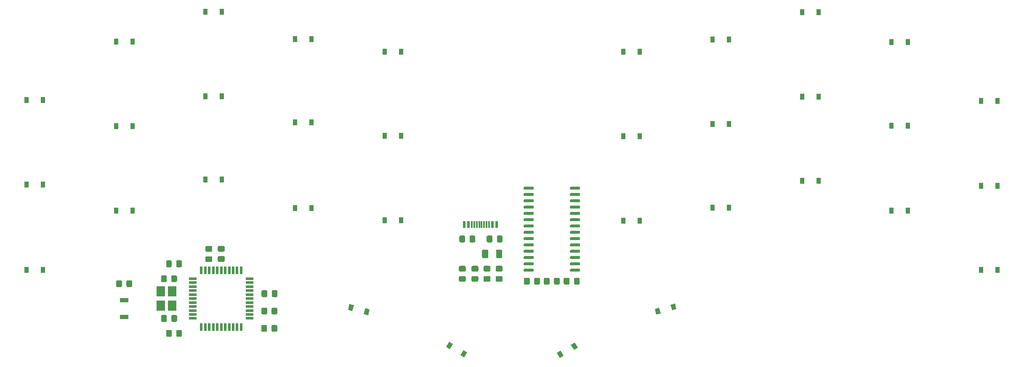
<source format=gbr>
%TF.GenerationSoftware,KiCad,Pcbnew,5.1.6*%
%TF.CreationDate,2020-08-13T12:20:14+01:00*%
%TF.ProjectId,ferris,66657272-6973-42e6-9b69-6361645f7063,rev?*%
%TF.SameCoordinates,Original*%
%TF.FileFunction,Paste,Top*%
%TF.FilePolarity,Positive*%
%FSLAX46Y46*%
G04 Gerber Fmt 4.6, Leading zero omitted, Abs format (unit mm)*
G04 Created by KiCad (PCBNEW 5.1.6) date 2020-08-13 12:20:14*
%MOMM*%
%LPD*%
G01*
G04 APERTURE LIST*
%ADD10R,1.800000X2.100000*%
%ADD11R,0.600000X1.450000*%
%ADD12R,0.300000X1.450000*%
%ADD13R,1.500000X0.550000*%
%ADD14R,0.550000X1.500000*%
%ADD15R,0.900000X1.200000*%
%ADD16C,0.100000*%
%ADD17R,1.700000X0.900000*%
G04 APERTURE END LIST*
D10*
%TO.C,Y1*%
X47350000Y-76450000D03*
X47350000Y-73550000D03*
X49650000Y-73550000D03*
X49650000Y-76450000D03*
%TD*%
D11*
%TO.C,J1*%
X108390000Y-60055000D03*
X109190000Y-60055000D03*
X114090000Y-60055000D03*
X114890000Y-60055000D03*
X114890000Y-60055000D03*
X114090000Y-60055000D03*
X109190000Y-60055000D03*
X108390000Y-60055000D03*
D12*
X113390000Y-60055000D03*
X112890000Y-60055000D03*
X112390000Y-60055000D03*
X111390000Y-60055000D03*
X110890000Y-60055000D03*
X110390000Y-60055000D03*
X109890000Y-60055000D03*
X111890000Y-60055000D03*
%TD*%
%TO.C,F1*%
G36*
G01*
X114775000Y-66625000D02*
X114775000Y-65375000D01*
G75*
G02*
X115025000Y-65125000I250000J0D01*
G01*
X115775000Y-65125000D01*
G75*
G02*
X116025000Y-65375000I0J-250000D01*
G01*
X116025000Y-66625000D01*
G75*
G02*
X115775000Y-66875000I-250000J0D01*
G01*
X115025000Y-66875000D01*
G75*
G02*
X114775000Y-66625000I0J250000D01*
G01*
G37*
G36*
G01*
X111975000Y-66625000D02*
X111975000Y-65375000D01*
G75*
G02*
X112225000Y-65125000I250000J0D01*
G01*
X112975000Y-65125000D01*
G75*
G02*
X113225000Y-65375000I0J-250000D01*
G01*
X113225000Y-66625000D01*
G75*
G02*
X112975000Y-66875000I-250000J0D01*
G01*
X112225000Y-66875000D01*
G75*
G02*
X111975000Y-66625000I0J250000D01*
G01*
G37*
%TD*%
%TO.C,R9*%
G36*
G01*
X126450000Y-71950001D02*
X126450000Y-71049999D01*
G75*
G02*
X126699999Y-70800000I249999J0D01*
G01*
X127350001Y-70800000D01*
G75*
G02*
X127600000Y-71049999I0J-249999D01*
G01*
X127600000Y-71950001D01*
G75*
G02*
X127350001Y-72200000I-249999J0D01*
G01*
X126699999Y-72200000D01*
G75*
G02*
X126450000Y-71950001I0J249999D01*
G01*
G37*
G36*
G01*
X124400000Y-71950001D02*
X124400000Y-71049999D01*
G75*
G02*
X124649999Y-70800000I249999J0D01*
G01*
X125300001Y-70800000D01*
G75*
G02*
X125550000Y-71049999I0J-249999D01*
G01*
X125550000Y-71950001D01*
G75*
G02*
X125300001Y-72200000I-249999J0D01*
G01*
X124649999Y-72200000D01*
G75*
G02*
X124400000Y-71950001I0J249999D01*
G01*
G37*
%TD*%
%TO.C,C10*%
G36*
G01*
X122450000Y-71950001D02*
X122450000Y-71049999D01*
G75*
G02*
X122699999Y-70800000I249999J0D01*
G01*
X123350001Y-70800000D01*
G75*
G02*
X123600000Y-71049999I0J-249999D01*
G01*
X123600000Y-71950001D01*
G75*
G02*
X123350001Y-72200000I-249999J0D01*
G01*
X122699999Y-72200000D01*
G75*
G02*
X122450000Y-71950001I0J249999D01*
G01*
G37*
G36*
G01*
X120400000Y-71950001D02*
X120400000Y-71049999D01*
G75*
G02*
X120649999Y-70800000I249999J0D01*
G01*
X121300001Y-70800000D01*
G75*
G02*
X121550000Y-71049999I0J-249999D01*
G01*
X121550000Y-71950001D01*
G75*
G02*
X121300001Y-72200000I-249999J0D01*
G01*
X120649999Y-72200000D01*
G75*
G02*
X120400000Y-71950001I0J249999D01*
G01*
G37*
%TD*%
D13*
%TO.C,U1*%
X65200000Y-71000000D03*
X65200000Y-71800000D03*
X65200000Y-72600000D03*
X65200000Y-73400000D03*
X65200000Y-74200000D03*
X65200000Y-75000000D03*
X65200000Y-75800000D03*
X65200000Y-76600000D03*
X65200000Y-77400000D03*
X65200000Y-78200000D03*
X65200000Y-79000000D03*
D14*
X63500000Y-80700000D03*
X62700000Y-80700000D03*
X61900000Y-80700000D03*
X61100000Y-80700000D03*
X60300000Y-80700000D03*
X59500000Y-80700000D03*
X58700000Y-80700000D03*
X57900000Y-80700000D03*
X57100000Y-80700000D03*
X56300000Y-80700000D03*
X55500000Y-80700000D03*
D13*
X53800000Y-79000000D03*
X53800000Y-78200000D03*
X53800000Y-77400000D03*
X53800000Y-76600000D03*
X53800000Y-75800000D03*
X53800000Y-75000000D03*
X53800000Y-74200000D03*
X53800000Y-73400000D03*
X53800000Y-72600000D03*
X53800000Y-71800000D03*
X53800000Y-71000000D03*
D14*
X55500000Y-69300000D03*
X56300000Y-69300000D03*
X57100000Y-69300000D03*
X57900000Y-69300000D03*
X58700000Y-69300000D03*
X59500000Y-69300000D03*
X60300000Y-69300000D03*
X61100000Y-69300000D03*
X61900000Y-69300000D03*
X62700000Y-69300000D03*
X63500000Y-69300000D03*
%TD*%
D15*
%TO.C,D1_6*%
X158350000Y-39800000D03*
X161650000Y-39800000D03*
%TD*%
%TO.C,D0_7*%
X176350000Y-17300000D03*
X179650000Y-17300000D03*
%TD*%
%TO.C,D2_5*%
X140350000Y-59300000D03*
X143650000Y-59300000D03*
%TD*%
%TO.C,D0_5*%
X140350000Y-25300000D03*
X143650000Y-25300000D03*
%TD*%
D16*
%TO.C,D3_5*%
G36*
X127760769Y-85480385D02*
G01*
X128360769Y-86519615D01*
X127581347Y-86969615D01*
X126981347Y-85930385D01*
X127760769Y-85480385D01*
G37*
G36*
X130618653Y-83830385D02*
G01*
X131218653Y-84869615D01*
X130439231Y-85319615D01*
X129839231Y-84280385D01*
X130618653Y-83830385D01*
G37*
%TD*%
D15*
%TO.C,D1_9*%
X212350000Y-52300000D03*
X215650000Y-52300000D03*
%TD*%
%TO.C,C9*%
G36*
G01*
X129550000Y-71049999D02*
X129550000Y-71950001D01*
G75*
G02*
X129300001Y-72200000I-249999J0D01*
G01*
X128649999Y-72200000D01*
G75*
G02*
X128400000Y-71950001I0J249999D01*
G01*
X128400000Y-71049999D01*
G75*
G02*
X128649999Y-70800000I249999J0D01*
G01*
X129300001Y-70800000D01*
G75*
G02*
X129550000Y-71049999I0J-249999D01*
G01*
G37*
G36*
G01*
X131600000Y-71049999D02*
X131600000Y-71950001D01*
G75*
G02*
X131350001Y-72200000I-249999J0D01*
G01*
X130699999Y-72200000D01*
G75*
G02*
X130450000Y-71950001I0J249999D01*
G01*
X130450000Y-71049999D01*
G75*
G02*
X130699999Y-70800000I249999J0D01*
G01*
X131350001Y-70800000D01*
G75*
G02*
X131600000Y-71049999I0J-249999D01*
G01*
G37*
%TD*%
%TO.C,D0_6*%
X158350000Y-22800000D03*
X161650000Y-22800000D03*
%TD*%
D16*
%TO.C,D3_6*%
G36*
X147585597Y-76831027D02*
G01*
X147896180Y-77990138D01*
X147026847Y-78223075D01*
X146716264Y-77063964D01*
X147585597Y-76831027D01*
G37*
G36*
X150773153Y-75976925D02*
G01*
X151083736Y-77136036D01*
X150214403Y-77368973D01*
X149903820Y-76209862D01*
X150773153Y-75976925D01*
G37*
%TD*%
D15*
%TO.C,D2_8*%
X194350000Y-57300000D03*
X197650000Y-57300000D03*
%TD*%
%TO.C,D0_8*%
X194350000Y-23300000D03*
X197650000Y-23300000D03*
%TD*%
%TO.C,D0_9*%
X212350000Y-35200000D03*
X215650000Y-35200000D03*
%TD*%
%TO.C,D2_6*%
X158350000Y-56700000D03*
X161650000Y-56700000D03*
%TD*%
%TO.C,D1_7*%
X176350000Y-34300000D03*
X179650000Y-34300000D03*
%TD*%
%TO.C,U2*%
G36*
G01*
X129625000Y-52935000D02*
X129625000Y-52635000D01*
G75*
G02*
X129775000Y-52485000I150000J0D01*
G01*
X131525000Y-52485000D01*
G75*
G02*
X131675000Y-52635000I0J-150000D01*
G01*
X131675000Y-52935000D01*
G75*
G02*
X131525000Y-53085000I-150000J0D01*
G01*
X129775000Y-53085000D01*
G75*
G02*
X129625000Y-52935000I0J150000D01*
G01*
G37*
G36*
G01*
X129625000Y-54205000D02*
X129625000Y-53905000D01*
G75*
G02*
X129775000Y-53755000I150000J0D01*
G01*
X131525000Y-53755000D01*
G75*
G02*
X131675000Y-53905000I0J-150000D01*
G01*
X131675000Y-54205000D01*
G75*
G02*
X131525000Y-54355000I-150000J0D01*
G01*
X129775000Y-54355000D01*
G75*
G02*
X129625000Y-54205000I0J150000D01*
G01*
G37*
G36*
G01*
X129625000Y-55475000D02*
X129625000Y-55175000D01*
G75*
G02*
X129775000Y-55025000I150000J0D01*
G01*
X131525000Y-55025000D01*
G75*
G02*
X131675000Y-55175000I0J-150000D01*
G01*
X131675000Y-55475000D01*
G75*
G02*
X131525000Y-55625000I-150000J0D01*
G01*
X129775000Y-55625000D01*
G75*
G02*
X129625000Y-55475000I0J150000D01*
G01*
G37*
G36*
G01*
X129625000Y-56745000D02*
X129625000Y-56445000D01*
G75*
G02*
X129775000Y-56295000I150000J0D01*
G01*
X131525000Y-56295000D01*
G75*
G02*
X131675000Y-56445000I0J-150000D01*
G01*
X131675000Y-56745000D01*
G75*
G02*
X131525000Y-56895000I-150000J0D01*
G01*
X129775000Y-56895000D01*
G75*
G02*
X129625000Y-56745000I0J150000D01*
G01*
G37*
G36*
G01*
X129625000Y-58015000D02*
X129625000Y-57715000D01*
G75*
G02*
X129775000Y-57565000I150000J0D01*
G01*
X131525000Y-57565000D01*
G75*
G02*
X131675000Y-57715000I0J-150000D01*
G01*
X131675000Y-58015000D01*
G75*
G02*
X131525000Y-58165000I-150000J0D01*
G01*
X129775000Y-58165000D01*
G75*
G02*
X129625000Y-58015000I0J150000D01*
G01*
G37*
G36*
G01*
X129625000Y-59285000D02*
X129625000Y-58985000D01*
G75*
G02*
X129775000Y-58835000I150000J0D01*
G01*
X131525000Y-58835000D01*
G75*
G02*
X131675000Y-58985000I0J-150000D01*
G01*
X131675000Y-59285000D01*
G75*
G02*
X131525000Y-59435000I-150000J0D01*
G01*
X129775000Y-59435000D01*
G75*
G02*
X129625000Y-59285000I0J150000D01*
G01*
G37*
G36*
G01*
X129625000Y-60555000D02*
X129625000Y-60255000D01*
G75*
G02*
X129775000Y-60105000I150000J0D01*
G01*
X131525000Y-60105000D01*
G75*
G02*
X131675000Y-60255000I0J-150000D01*
G01*
X131675000Y-60555000D01*
G75*
G02*
X131525000Y-60705000I-150000J0D01*
G01*
X129775000Y-60705000D01*
G75*
G02*
X129625000Y-60555000I0J150000D01*
G01*
G37*
G36*
G01*
X129625000Y-61825000D02*
X129625000Y-61525000D01*
G75*
G02*
X129775000Y-61375000I150000J0D01*
G01*
X131525000Y-61375000D01*
G75*
G02*
X131675000Y-61525000I0J-150000D01*
G01*
X131675000Y-61825000D01*
G75*
G02*
X131525000Y-61975000I-150000J0D01*
G01*
X129775000Y-61975000D01*
G75*
G02*
X129625000Y-61825000I0J150000D01*
G01*
G37*
G36*
G01*
X129625000Y-63095000D02*
X129625000Y-62795000D01*
G75*
G02*
X129775000Y-62645000I150000J0D01*
G01*
X131525000Y-62645000D01*
G75*
G02*
X131675000Y-62795000I0J-150000D01*
G01*
X131675000Y-63095000D01*
G75*
G02*
X131525000Y-63245000I-150000J0D01*
G01*
X129775000Y-63245000D01*
G75*
G02*
X129625000Y-63095000I0J150000D01*
G01*
G37*
G36*
G01*
X129625000Y-64365000D02*
X129625000Y-64065000D01*
G75*
G02*
X129775000Y-63915000I150000J0D01*
G01*
X131525000Y-63915000D01*
G75*
G02*
X131675000Y-64065000I0J-150000D01*
G01*
X131675000Y-64365000D01*
G75*
G02*
X131525000Y-64515000I-150000J0D01*
G01*
X129775000Y-64515000D01*
G75*
G02*
X129625000Y-64365000I0J150000D01*
G01*
G37*
G36*
G01*
X129625000Y-65635000D02*
X129625000Y-65335000D01*
G75*
G02*
X129775000Y-65185000I150000J0D01*
G01*
X131525000Y-65185000D01*
G75*
G02*
X131675000Y-65335000I0J-150000D01*
G01*
X131675000Y-65635000D01*
G75*
G02*
X131525000Y-65785000I-150000J0D01*
G01*
X129775000Y-65785000D01*
G75*
G02*
X129625000Y-65635000I0J150000D01*
G01*
G37*
G36*
G01*
X129625000Y-66905000D02*
X129625000Y-66605000D01*
G75*
G02*
X129775000Y-66455000I150000J0D01*
G01*
X131525000Y-66455000D01*
G75*
G02*
X131675000Y-66605000I0J-150000D01*
G01*
X131675000Y-66905000D01*
G75*
G02*
X131525000Y-67055000I-150000J0D01*
G01*
X129775000Y-67055000D01*
G75*
G02*
X129625000Y-66905000I0J150000D01*
G01*
G37*
G36*
G01*
X129625000Y-68175000D02*
X129625000Y-67875000D01*
G75*
G02*
X129775000Y-67725000I150000J0D01*
G01*
X131525000Y-67725000D01*
G75*
G02*
X131675000Y-67875000I0J-150000D01*
G01*
X131675000Y-68175000D01*
G75*
G02*
X131525000Y-68325000I-150000J0D01*
G01*
X129775000Y-68325000D01*
G75*
G02*
X129625000Y-68175000I0J150000D01*
G01*
G37*
G36*
G01*
X129625000Y-69445000D02*
X129625000Y-69145000D01*
G75*
G02*
X129775000Y-68995000I150000J0D01*
G01*
X131525000Y-68995000D01*
G75*
G02*
X131675000Y-69145000I0J-150000D01*
G01*
X131675000Y-69445000D01*
G75*
G02*
X131525000Y-69595000I-150000J0D01*
G01*
X129775000Y-69595000D01*
G75*
G02*
X129625000Y-69445000I0J150000D01*
G01*
G37*
G36*
G01*
X120325000Y-69445000D02*
X120325000Y-69145000D01*
G75*
G02*
X120475000Y-68995000I150000J0D01*
G01*
X122225000Y-68995000D01*
G75*
G02*
X122375000Y-69145000I0J-150000D01*
G01*
X122375000Y-69445000D01*
G75*
G02*
X122225000Y-69595000I-150000J0D01*
G01*
X120475000Y-69595000D01*
G75*
G02*
X120325000Y-69445000I0J150000D01*
G01*
G37*
G36*
G01*
X120325000Y-68175000D02*
X120325000Y-67875000D01*
G75*
G02*
X120475000Y-67725000I150000J0D01*
G01*
X122225000Y-67725000D01*
G75*
G02*
X122375000Y-67875000I0J-150000D01*
G01*
X122375000Y-68175000D01*
G75*
G02*
X122225000Y-68325000I-150000J0D01*
G01*
X120475000Y-68325000D01*
G75*
G02*
X120325000Y-68175000I0J150000D01*
G01*
G37*
G36*
G01*
X120325000Y-66905000D02*
X120325000Y-66605000D01*
G75*
G02*
X120475000Y-66455000I150000J0D01*
G01*
X122225000Y-66455000D01*
G75*
G02*
X122375000Y-66605000I0J-150000D01*
G01*
X122375000Y-66905000D01*
G75*
G02*
X122225000Y-67055000I-150000J0D01*
G01*
X120475000Y-67055000D01*
G75*
G02*
X120325000Y-66905000I0J150000D01*
G01*
G37*
G36*
G01*
X120325000Y-65635000D02*
X120325000Y-65335000D01*
G75*
G02*
X120475000Y-65185000I150000J0D01*
G01*
X122225000Y-65185000D01*
G75*
G02*
X122375000Y-65335000I0J-150000D01*
G01*
X122375000Y-65635000D01*
G75*
G02*
X122225000Y-65785000I-150000J0D01*
G01*
X120475000Y-65785000D01*
G75*
G02*
X120325000Y-65635000I0J150000D01*
G01*
G37*
G36*
G01*
X120325000Y-64365000D02*
X120325000Y-64065000D01*
G75*
G02*
X120475000Y-63915000I150000J0D01*
G01*
X122225000Y-63915000D01*
G75*
G02*
X122375000Y-64065000I0J-150000D01*
G01*
X122375000Y-64365000D01*
G75*
G02*
X122225000Y-64515000I-150000J0D01*
G01*
X120475000Y-64515000D01*
G75*
G02*
X120325000Y-64365000I0J150000D01*
G01*
G37*
G36*
G01*
X120325000Y-63095000D02*
X120325000Y-62795000D01*
G75*
G02*
X120475000Y-62645000I150000J0D01*
G01*
X122225000Y-62645000D01*
G75*
G02*
X122375000Y-62795000I0J-150000D01*
G01*
X122375000Y-63095000D01*
G75*
G02*
X122225000Y-63245000I-150000J0D01*
G01*
X120475000Y-63245000D01*
G75*
G02*
X120325000Y-63095000I0J150000D01*
G01*
G37*
G36*
G01*
X120325000Y-61825000D02*
X120325000Y-61525000D01*
G75*
G02*
X120475000Y-61375000I150000J0D01*
G01*
X122225000Y-61375000D01*
G75*
G02*
X122375000Y-61525000I0J-150000D01*
G01*
X122375000Y-61825000D01*
G75*
G02*
X122225000Y-61975000I-150000J0D01*
G01*
X120475000Y-61975000D01*
G75*
G02*
X120325000Y-61825000I0J150000D01*
G01*
G37*
G36*
G01*
X120325000Y-60555000D02*
X120325000Y-60255000D01*
G75*
G02*
X120475000Y-60105000I150000J0D01*
G01*
X122225000Y-60105000D01*
G75*
G02*
X122375000Y-60255000I0J-150000D01*
G01*
X122375000Y-60555000D01*
G75*
G02*
X122225000Y-60705000I-150000J0D01*
G01*
X120475000Y-60705000D01*
G75*
G02*
X120325000Y-60555000I0J150000D01*
G01*
G37*
G36*
G01*
X120325000Y-59285000D02*
X120325000Y-58985000D01*
G75*
G02*
X120475000Y-58835000I150000J0D01*
G01*
X122225000Y-58835000D01*
G75*
G02*
X122375000Y-58985000I0J-150000D01*
G01*
X122375000Y-59285000D01*
G75*
G02*
X122225000Y-59435000I-150000J0D01*
G01*
X120475000Y-59435000D01*
G75*
G02*
X120325000Y-59285000I0J150000D01*
G01*
G37*
G36*
G01*
X120325000Y-58015000D02*
X120325000Y-57715000D01*
G75*
G02*
X120475000Y-57565000I150000J0D01*
G01*
X122225000Y-57565000D01*
G75*
G02*
X122375000Y-57715000I0J-150000D01*
G01*
X122375000Y-58015000D01*
G75*
G02*
X122225000Y-58165000I-150000J0D01*
G01*
X120475000Y-58165000D01*
G75*
G02*
X120325000Y-58015000I0J150000D01*
G01*
G37*
G36*
G01*
X120325000Y-56745000D02*
X120325000Y-56445000D01*
G75*
G02*
X120475000Y-56295000I150000J0D01*
G01*
X122225000Y-56295000D01*
G75*
G02*
X122375000Y-56445000I0J-150000D01*
G01*
X122375000Y-56745000D01*
G75*
G02*
X122225000Y-56895000I-150000J0D01*
G01*
X120475000Y-56895000D01*
G75*
G02*
X120325000Y-56745000I0J150000D01*
G01*
G37*
G36*
G01*
X120325000Y-55475000D02*
X120325000Y-55175000D01*
G75*
G02*
X120475000Y-55025000I150000J0D01*
G01*
X122225000Y-55025000D01*
G75*
G02*
X122375000Y-55175000I0J-150000D01*
G01*
X122375000Y-55475000D01*
G75*
G02*
X122225000Y-55625000I-150000J0D01*
G01*
X120475000Y-55625000D01*
G75*
G02*
X120325000Y-55475000I0J150000D01*
G01*
G37*
G36*
G01*
X120325000Y-54205000D02*
X120325000Y-53905000D01*
G75*
G02*
X120475000Y-53755000I150000J0D01*
G01*
X122225000Y-53755000D01*
G75*
G02*
X122375000Y-53905000I0J-150000D01*
G01*
X122375000Y-54205000D01*
G75*
G02*
X122225000Y-54355000I-150000J0D01*
G01*
X120475000Y-54355000D01*
G75*
G02*
X120325000Y-54205000I0J150000D01*
G01*
G37*
G36*
G01*
X120325000Y-52935000D02*
X120325000Y-52635000D01*
G75*
G02*
X120475000Y-52485000I150000J0D01*
G01*
X122225000Y-52485000D01*
G75*
G02*
X122375000Y-52635000I0J-150000D01*
G01*
X122375000Y-52935000D01*
G75*
G02*
X122225000Y-53085000I-150000J0D01*
G01*
X120475000Y-53085000D01*
G75*
G02*
X120325000Y-52935000I0J150000D01*
G01*
G37*
%TD*%
%TO.C,D1_8*%
X194350000Y-40200000D03*
X197650000Y-40200000D03*
%TD*%
%TO.C,D2_7*%
X176350000Y-51300000D03*
X179650000Y-51300000D03*
%TD*%
%TO.C,D2_9*%
X212350000Y-69200000D03*
X215650000Y-69200000D03*
%TD*%
%TO.C,D1_5*%
X140350000Y-42300000D03*
X143650000Y-42300000D03*
%TD*%
D17*
%TO.C,SW1*%
X40000000Y-78700000D03*
X40000000Y-75300000D03*
%TD*%
D16*
%TO.C,D3_4*%
G36*
X106100769Y-84160385D02*
G01*
X105500769Y-85199615D01*
X104721347Y-84749615D01*
X105321347Y-83710385D01*
X106100769Y-84160385D01*
G37*
G36*
X108958653Y-85810385D02*
G01*
X108358653Y-86849615D01*
X107579231Y-86399615D01*
X108179231Y-85360385D01*
X108958653Y-85810385D01*
G37*
%TD*%
%TO.C,D3_3*%
G36*
X86176180Y-76319862D02*
G01*
X85865597Y-77478973D01*
X84996264Y-77246036D01*
X85306847Y-76086925D01*
X86176180Y-76319862D01*
G37*
G36*
X89363736Y-77173964D02*
G01*
X89053153Y-78333075D01*
X88183820Y-78100138D01*
X88494403Y-76941027D01*
X89363736Y-77173964D01*
G37*
%TD*%
D15*
%TO.C,D2_4*%
X92350000Y-59250000D03*
X95650000Y-59250000D03*
%TD*%
%TO.C,D2_3*%
X74350000Y-56750000D03*
X77650000Y-56750000D03*
%TD*%
%TO.C,D2_2*%
X56350000Y-51000000D03*
X59650000Y-51000000D03*
%TD*%
%TO.C,D2_1*%
X38350000Y-57250000D03*
X41650000Y-57250000D03*
%TD*%
%TO.C,D2_0*%
X20350000Y-69250000D03*
X23650000Y-69250000D03*
%TD*%
%TO.C,D1_4*%
X92350000Y-42250000D03*
X95650000Y-42250000D03*
%TD*%
%TO.C,D1_3*%
X74350000Y-39500000D03*
X77650000Y-39500000D03*
%TD*%
%TO.C,D1_2*%
X56350000Y-34250000D03*
X59650000Y-34250000D03*
%TD*%
%TO.C,D1_1*%
X38350000Y-40250000D03*
X41650000Y-40250000D03*
%TD*%
%TO.C,D1_0*%
X20350000Y-52000000D03*
X23650000Y-52000000D03*
%TD*%
%TO.C,D0_4*%
X92350000Y-25250000D03*
X95650000Y-25250000D03*
%TD*%
%TO.C,D0_3*%
X74350000Y-22750000D03*
X77650000Y-22750000D03*
%TD*%
%TO.C,D0_2*%
X56350000Y-17250000D03*
X59650000Y-17250000D03*
%TD*%
%TO.C,D0_1*%
X38350000Y-23250000D03*
X41650000Y-23250000D03*
%TD*%
%TO.C,D0_0*%
X20350000Y-35000000D03*
X23650000Y-35000000D03*
%TD*%
%TO.C,C3*%
G36*
G01*
X49550000Y-81549999D02*
X49550000Y-82450001D01*
G75*
G02*
X49300001Y-82700000I-249999J0D01*
G01*
X48649999Y-82700000D01*
G75*
G02*
X48400000Y-82450001I0J249999D01*
G01*
X48400000Y-81549999D01*
G75*
G02*
X48649999Y-81300000I249999J0D01*
G01*
X49300001Y-81300000D01*
G75*
G02*
X49550000Y-81549999I0J-249999D01*
G01*
G37*
G36*
G01*
X51600000Y-81549999D02*
X51600000Y-82450001D01*
G75*
G02*
X51350001Y-82700000I-249999J0D01*
G01*
X50699999Y-82700000D01*
G75*
G02*
X50450000Y-82450001I0J249999D01*
G01*
X50450000Y-81549999D01*
G75*
G02*
X50699999Y-81300000I249999J0D01*
G01*
X51350001Y-81300000D01*
G75*
G02*
X51600000Y-81549999I0J-249999D01*
G01*
G37*
%TD*%
%TO.C,R8*%
G36*
G01*
X114949999Y-70450000D02*
X115850001Y-70450000D01*
G75*
G02*
X116100000Y-70699999I0J-249999D01*
G01*
X116100000Y-71350001D01*
G75*
G02*
X115850001Y-71600000I-249999J0D01*
G01*
X114949999Y-71600000D01*
G75*
G02*
X114700000Y-71350001I0J249999D01*
G01*
X114700000Y-70699999D01*
G75*
G02*
X114949999Y-70450000I249999J0D01*
G01*
G37*
G36*
G01*
X114949999Y-68400000D02*
X115850001Y-68400000D01*
G75*
G02*
X116100000Y-68649999I0J-249999D01*
G01*
X116100000Y-69300001D01*
G75*
G02*
X115850001Y-69550000I-249999J0D01*
G01*
X114949999Y-69550000D01*
G75*
G02*
X114700000Y-69300001I0J249999D01*
G01*
X114700000Y-68649999D01*
G75*
G02*
X114949999Y-68400000I249999J0D01*
G01*
G37*
%TD*%
%TO.C,R7*%
G36*
G01*
X113420001Y-69550000D02*
X112519999Y-69550000D01*
G75*
G02*
X112270000Y-69300001I0J249999D01*
G01*
X112270000Y-68649999D01*
G75*
G02*
X112519999Y-68400000I249999J0D01*
G01*
X113420001Y-68400000D01*
G75*
G02*
X113670000Y-68649999I0J-249999D01*
G01*
X113670000Y-69300001D01*
G75*
G02*
X113420001Y-69550000I-249999J0D01*
G01*
G37*
G36*
G01*
X113420001Y-71600000D02*
X112519999Y-71600000D01*
G75*
G02*
X112270000Y-71350001I0J249999D01*
G01*
X112270000Y-70699999D01*
G75*
G02*
X112519999Y-70450000I249999J0D01*
G01*
X113420001Y-70450000D01*
G75*
G02*
X113670000Y-70699999I0J-249999D01*
G01*
X113670000Y-71350001D01*
G75*
G02*
X113420001Y-71600000I-249999J0D01*
G01*
G37*
%TD*%
%TO.C,R6*%
G36*
G01*
X109450000Y-63450001D02*
X109450000Y-62549999D01*
G75*
G02*
X109699999Y-62300000I249999J0D01*
G01*
X110350001Y-62300000D01*
G75*
G02*
X110600000Y-62549999I0J-249999D01*
G01*
X110600000Y-63450001D01*
G75*
G02*
X110350001Y-63700000I-249999J0D01*
G01*
X109699999Y-63700000D01*
G75*
G02*
X109450000Y-63450001I0J249999D01*
G01*
G37*
G36*
G01*
X107400000Y-63450001D02*
X107400000Y-62549999D01*
G75*
G02*
X107649999Y-62300000I249999J0D01*
G01*
X108300001Y-62300000D01*
G75*
G02*
X108550000Y-62549999I0J-249999D01*
G01*
X108550000Y-63450001D01*
G75*
G02*
X108300001Y-63700000I-249999J0D01*
G01*
X107649999Y-63700000D01*
G75*
G02*
X107400000Y-63450001I0J249999D01*
G01*
G37*
%TD*%
%TO.C,R5*%
G36*
G01*
X114050000Y-62549999D02*
X114050000Y-63450001D01*
G75*
G02*
X113800001Y-63700000I-249999J0D01*
G01*
X113149999Y-63700000D01*
G75*
G02*
X112900000Y-63450001I0J249999D01*
G01*
X112900000Y-62549999D01*
G75*
G02*
X113149999Y-62300000I249999J0D01*
G01*
X113800001Y-62300000D01*
G75*
G02*
X114050000Y-62549999I0J-249999D01*
G01*
G37*
G36*
G01*
X116100000Y-62549999D02*
X116100000Y-63450001D01*
G75*
G02*
X115850001Y-63700000I-249999J0D01*
G01*
X115199999Y-63700000D01*
G75*
G02*
X114950000Y-63450001I0J249999D01*
G01*
X114950000Y-62549999D01*
G75*
G02*
X115199999Y-62300000I249999J0D01*
G01*
X115850001Y-62300000D01*
G75*
G02*
X116100000Y-62549999I0J-249999D01*
G01*
G37*
%TD*%
%TO.C,R4*%
G36*
G01*
X108450001Y-69550000D02*
X107549999Y-69550000D01*
G75*
G02*
X107300000Y-69300001I0J249999D01*
G01*
X107300000Y-68649999D01*
G75*
G02*
X107549999Y-68400000I249999J0D01*
G01*
X108450001Y-68400000D01*
G75*
G02*
X108700000Y-68649999I0J-249999D01*
G01*
X108700000Y-69300001D01*
G75*
G02*
X108450001Y-69550000I-249999J0D01*
G01*
G37*
G36*
G01*
X108450001Y-71600000D02*
X107549999Y-71600000D01*
G75*
G02*
X107300000Y-71350001I0J249999D01*
G01*
X107300000Y-70699999D01*
G75*
G02*
X107549999Y-70450000I249999J0D01*
G01*
X108450001Y-70450000D01*
G75*
G02*
X108700000Y-70699999I0J-249999D01*
G01*
X108700000Y-71350001D01*
G75*
G02*
X108450001Y-71600000I-249999J0D01*
G01*
G37*
%TD*%
%TO.C,R3*%
G36*
G01*
X110980001Y-69550000D02*
X110079999Y-69550000D01*
G75*
G02*
X109830000Y-69300001I0J249999D01*
G01*
X109830000Y-68649999D01*
G75*
G02*
X110079999Y-68400000I249999J0D01*
G01*
X110980001Y-68400000D01*
G75*
G02*
X111230000Y-68649999I0J-249999D01*
G01*
X111230000Y-69300001D01*
G75*
G02*
X110980001Y-69550000I-249999J0D01*
G01*
G37*
G36*
G01*
X110980001Y-71600000D02*
X110079999Y-71600000D01*
G75*
G02*
X109830000Y-71350001I0J249999D01*
G01*
X109830000Y-70699999D01*
G75*
G02*
X110079999Y-70450000I249999J0D01*
G01*
X110980001Y-70450000D01*
G75*
G02*
X111230000Y-70699999I0J-249999D01*
G01*
X111230000Y-71350001D01*
G75*
G02*
X110980001Y-71600000I-249999J0D01*
G01*
G37*
%TD*%
%TO.C,R2*%
G36*
G01*
X68710000Y-80549999D02*
X68710000Y-81450001D01*
G75*
G02*
X68460001Y-81700000I-249999J0D01*
G01*
X67809999Y-81700000D01*
G75*
G02*
X67560000Y-81450001I0J249999D01*
G01*
X67560000Y-80549999D01*
G75*
G02*
X67809999Y-80300000I249999J0D01*
G01*
X68460001Y-80300000D01*
G75*
G02*
X68710000Y-80549999I0J-249999D01*
G01*
G37*
G36*
G01*
X70760000Y-80549999D02*
X70760000Y-81450001D01*
G75*
G02*
X70510001Y-81700000I-249999J0D01*
G01*
X69859999Y-81700000D01*
G75*
G02*
X69610000Y-81450001I0J249999D01*
G01*
X69610000Y-80549999D01*
G75*
G02*
X69859999Y-80300000I249999J0D01*
G01*
X70510001Y-80300000D01*
G75*
G02*
X70760000Y-80549999I0J-249999D01*
G01*
G37*
%TD*%
%TO.C,R1*%
G36*
G01*
X40425000Y-72450001D02*
X40425000Y-71549999D01*
G75*
G02*
X40674999Y-71300000I249999J0D01*
G01*
X41325001Y-71300000D01*
G75*
G02*
X41575000Y-71549999I0J-249999D01*
G01*
X41575000Y-72450001D01*
G75*
G02*
X41325001Y-72700000I-249999J0D01*
G01*
X40674999Y-72700000D01*
G75*
G02*
X40425000Y-72450001I0J249999D01*
G01*
G37*
G36*
G01*
X38375000Y-72450001D02*
X38375000Y-71549999D01*
G75*
G02*
X38624999Y-71300000I249999J0D01*
G01*
X39275001Y-71300000D01*
G75*
G02*
X39525000Y-71549999I0J-249999D01*
G01*
X39525000Y-72450001D01*
G75*
G02*
X39275001Y-72700000I-249999J0D01*
G01*
X38624999Y-72700000D01*
G75*
G02*
X38375000Y-72450001I0J249999D01*
G01*
G37*
%TD*%
%TO.C,C8*%
G36*
G01*
X59950001Y-65550000D02*
X59049999Y-65550000D01*
G75*
G02*
X58800000Y-65300001I0J249999D01*
G01*
X58800000Y-64649999D01*
G75*
G02*
X59049999Y-64400000I249999J0D01*
G01*
X59950001Y-64400000D01*
G75*
G02*
X60200000Y-64649999I0J-249999D01*
G01*
X60200000Y-65300001D01*
G75*
G02*
X59950001Y-65550000I-249999J0D01*
G01*
G37*
G36*
G01*
X59950001Y-67600000D02*
X59049999Y-67600000D01*
G75*
G02*
X58800000Y-67350001I0J249999D01*
G01*
X58800000Y-66699999D01*
G75*
G02*
X59049999Y-66450000I249999J0D01*
G01*
X59950001Y-66450000D01*
G75*
G02*
X60200000Y-66699999I0J-249999D01*
G01*
X60200000Y-67350001D01*
G75*
G02*
X59950001Y-67600000I-249999J0D01*
G01*
G37*
%TD*%
%TO.C,C7*%
G36*
G01*
X68760000Y-73549999D02*
X68760000Y-74450001D01*
G75*
G02*
X68510001Y-74700000I-249999J0D01*
G01*
X67859999Y-74700000D01*
G75*
G02*
X67610000Y-74450001I0J249999D01*
G01*
X67610000Y-73549999D01*
G75*
G02*
X67859999Y-73300000I249999J0D01*
G01*
X68510001Y-73300000D01*
G75*
G02*
X68760000Y-73549999I0J-249999D01*
G01*
G37*
G36*
G01*
X70810000Y-73549999D02*
X70810000Y-74450001D01*
G75*
G02*
X70560001Y-74700000I-249999J0D01*
G01*
X69909999Y-74700000D01*
G75*
G02*
X69660000Y-74450001I0J249999D01*
G01*
X69660000Y-73549999D01*
G75*
G02*
X69909999Y-73300000I249999J0D01*
G01*
X70560001Y-73300000D01*
G75*
G02*
X70810000Y-73549999I0J-249999D01*
G01*
G37*
%TD*%
%TO.C,C6*%
G36*
G01*
X68730000Y-77049999D02*
X68730000Y-77950001D01*
G75*
G02*
X68480001Y-78200000I-249999J0D01*
G01*
X67829999Y-78200000D01*
G75*
G02*
X67580000Y-77950001I0J249999D01*
G01*
X67580000Y-77049999D01*
G75*
G02*
X67829999Y-76800000I249999J0D01*
G01*
X68480001Y-76800000D01*
G75*
G02*
X68730000Y-77049999I0J-249999D01*
G01*
G37*
G36*
G01*
X70780000Y-77049999D02*
X70780000Y-77950001D01*
G75*
G02*
X70530001Y-78200000I-249999J0D01*
G01*
X69879999Y-78200000D01*
G75*
G02*
X69630000Y-77950001I0J249999D01*
G01*
X69630000Y-77049999D01*
G75*
G02*
X69879999Y-76800000I249999J0D01*
G01*
X70530001Y-76800000D01*
G75*
G02*
X70780000Y-77049999I0J-249999D01*
G01*
G37*
%TD*%
%TO.C,C5*%
G36*
G01*
X49550000Y-67549999D02*
X49550000Y-68450001D01*
G75*
G02*
X49300001Y-68700000I-249999J0D01*
G01*
X48649999Y-68700000D01*
G75*
G02*
X48400000Y-68450001I0J249999D01*
G01*
X48400000Y-67549999D01*
G75*
G02*
X48649999Y-67300000I249999J0D01*
G01*
X49300001Y-67300000D01*
G75*
G02*
X49550000Y-67549999I0J-249999D01*
G01*
G37*
G36*
G01*
X51600000Y-67549999D02*
X51600000Y-68450001D01*
G75*
G02*
X51350001Y-68700000I-249999J0D01*
G01*
X50699999Y-68700000D01*
G75*
G02*
X50450000Y-68450001I0J249999D01*
G01*
X50450000Y-67549999D01*
G75*
G02*
X50699999Y-67300000I249999J0D01*
G01*
X51350001Y-67300000D01*
G75*
G02*
X51600000Y-67549999I0J-249999D01*
G01*
G37*
%TD*%
%TO.C,C4*%
G36*
G01*
X57450001Y-65575000D02*
X56549999Y-65575000D01*
G75*
G02*
X56300000Y-65325001I0J249999D01*
G01*
X56300000Y-64674999D01*
G75*
G02*
X56549999Y-64425000I249999J0D01*
G01*
X57450001Y-64425000D01*
G75*
G02*
X57700000Y-64674999I0J-249999D01*
G01*
X57700000Y-65325001D01*
G75*
G02*
X57450001Y-65575000I-249999J0D01*
G01*
G37*
G36*
G01*
X57450001Y-67625000D02*
X56549999Y-67625000D01*
G75*
G02*
X56300000Y-67375001I0J249999D01*
G01*
X56300000Y-66724999D01*
G75*
G02*
X56549999Y-66475000I249999J0D01*
G01*
X57450001Y-66475000D01*
G75*
G02*
X57700000Y-66724999I0J-249999D01*
G01*
X57700000Y-67375001D01*
G75*
G02*
X57450001Y-67625000I-249999J0D01*
G01*
G37*
%TD*%
%TO.C,C2*%
G36*
G01*
X48550000Y-70549999D02*
X48550000Y-71450001D01*
G75*
G02*
X48300001Y-71700000I-249999J0D01*
G01*
X47649999Y-71700000D01*
G75*
G02*
X47400000Y-71450001I0J249999D01*
G01*
X47400000Y-70549999D01*
G75*
G02*
X47649999Y-70300000I249999J0D01*
G01*
X48300001Y-70300000D01*
G75*
G02*
X48550000Y-70549999I0J-249999D01*
G01*
G37*
G36*
G01*
X50600000Y-70549999D02*
X50600000Y-71450001D01*
G75*
G02*
X50350001Y-71700000I-249999J0D01*
G01*
X49699999Y-71700000D01*
G75*
G02*
X49450000Y-71450001I0J249999D01*
G01*
X49450000Y-70549999D01*
G75*
G02*
X49699999Y-70300000I249999J0D01*
G01*
X50350001Y-70300000D01*
G75*
G02*
X50600000Y-70549999I0J-249999D01*
G01*
G37*
%TD*%
%TO.C,C1*%
G36*
G01*
X48550000Y-78549999D02*
X48550000Y-79450001D01*
G75*
G02*
X48300001Y-79700000I-249999J0D01*
G01*
X47649999Y-79700000D01*
G75*
G02*
X47400000Y-79450001I0J249999D01*
G01*
X47400000Y-78549999D01*
G75*
G02*
X47649999Y-78300000I249999J0D01*
G01*
X48300001Y-78300000D01*
G75*
G02*
X48550000Y-78549999I0J-249999D01*
G01*
G37*
G36*
G01*
X50600000Y-78549999D02*
X50600000Y-79450001D01*
G75*
G02*
X50350001Y-79700000I-249999J0D01*
G01*
X49699999Y-79700000D01*
G75*
G02*
X49450000Y-79450001I0J249999D01*
G01*
X49450000Y-78549999D01*
G75*
G02*
X49699999Y-78300000I249999J0D01*
G01*
X50350001Y-78300000D01*
G75*
G02*
X50600000Y-78549999I0J-249999D01*
G01*
G37*
%TD*%
M02*

</source>
